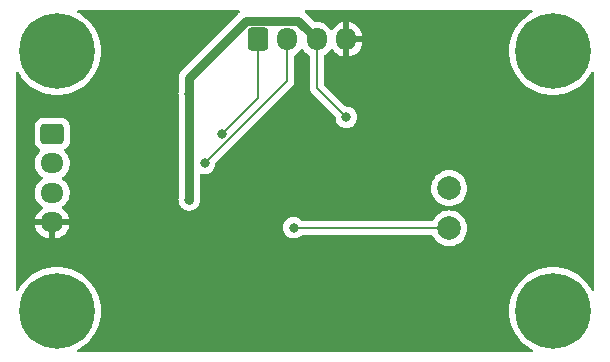
<source format=gbr>
%TF.GenerationSoftware,KiCad,Pcbnew,(6.0.6)*%
%TF.CreationDate,2022-09-16T10:14:36+09:00*%
%TF.ProjectId,LSM6DS3-breakout,4c534d36-4453-4332-9d62-7265616b6f75,rev?*%
%TF.SameCoordinates,Original*%
%TF.FileFunction,Copper,L2,Bot*%
%TF.FilePolarity,Positive*%
%FSLAX46Y46*%
G04 Gerber Fmt 4.6, Leading zero omitted, Abs format (unit mm)*
G04 Created by KiCad (PCBNEW (6.0.6)) date 2022-09-16 10:14:36*
%MOMM*%
%LPD*%
G01*
G04 APERTURE LIST*
G04 Aperture macros list*
%AMRoundRect*
0 Rectangle with rounded corners*
0 $1 Rounding radius*
0 $2 $3 $4 $5 $6 $7 $8 $9 X,Y pos of 4 corners*
0 Add a 4 corners polygon primitive as box body*
4,1,4,$2,$3,$4,$5,$6,$7,$8,$9,$2,$3,0*
0 Add four circle primitives for the rounded corners*
1,1,$1+$1,$2,$3*
1,1,$1+$1,$4,$5*
1,1,$1+$1,$6,$7*
1,1,$1+$1,$8,$9*
0 Add four rect primitives between the rounded corners*
20,1,$1+$1,$2,$3,$4,$5,0*
20,1,$1+$1,$4,$5,$6,$7,0*
20,1,$1+$1,$6,$7,$8,$9,0*
20,1,$1+$1,$8,$9,$2,$3,0*%
G04 Aperture macros list end*
%TA.AperFunction,ComponentPad*%
%ADD10C,0.800000*%
%TD*%
%TA.AperFunction,ComponentPad*%
%ADD11C,6.400000*%
%TD*%
%TA.AperFunction,ComponentPad*%
%ADD12C,2.000000*%
%TD*%
%TA.AperFunction,ComponentPad*%
%ADD13RoundRect,0.250000X-0.600000X-0.725000X0.600000X-0.725000X0.600000X0.725000X-0.600000X0.725000X0*%
%TD*%
%TA.AperFunction,ComponentPad*%
%ADD14O,1.700000X1.950000*%
%TD*%
%TA.AperFunction,ComponentPad*%
%ADD15RoundRect,0.250000X-0.725000X0.600000X-0.725000X-0.600000X0.725000X-0.600000X0.725000X0.600000X0*%
%TD*%
%TA.AperFunction,ComponentPad*%
%ADD16O,1.950000X1.700000*%
%TD*%
%TA.AperFunction,ViaPad*%
%ADD17C,0.800000*%
%TD*%
%TA.AperFunction,Conductor*%
%ADD18C,0.200000*%
%TD*%
%TA.AperFunction,Conductor*%
%ADD19C,0.800000*%
%TD*%
G04 APERTURE END LIST*
D10*
%TO.P,H3,1*%
%TO.N,N/C*%
X105697056Y-92697056D03*
X104000000Y-88600000D03*
X102302944Y-92697056D03*
X102302944Y-89302944D03*
D11*
X104000000Y-91000000D03*
D10*
X106400000Y-91000000D03*
X105697056Y-89302944D03*
X101600000Y-91000000D03*
X104000000Y-93400000D03*
%TD*%
D12*
%TO.P,TP2,1,1*%
%TO.N,INT2*%
X137200000Y-80600000D03*
%TD*%
D13*
%TO.P,J2,1,Pin_1*%
%TO.N,SCL*%
X121000000Y-68000000D03*
D14*
%TO.P,J2,2,Pin_2*%
%TO.N,SDA*%
X123500000Y-68000000D03*
%TO.P,J2,3,Pin_3*%
%TO.N,+3.3V*%
X126000000Y-68000000D03*
%TO.P,J2,4,Pin_4*%
%TO.N,GND*%
X128500000Y-68000000D03*
%TD*%
D10*
%TO.P,H4,1*%
%TO.N,N/C*%
X102302944Y-70697056D03*
X104000000Y-71400000D03*
D11*
X104000000Y-69000000D03*
D10*
X101600000Y-69000000D03*
X102302944Y-67302944D03*
X104000000Y-66600000D03*
X105697056Y-67302944D03*
X105697056Y-70697056D03*
X106400000Y-69000000D03*
%TD*%
D15*
%TO.P,J1,1,Pin_1*%
%TO.N,SCL*%
X103600000Y-76000000D03*
D16*
%TO.P,J1,2,Pin_2*%
%TO.N,SDA*%
X103600000Y-78500000D03*
%TO.P,J1,3,Pin_3*%
%TO.N,+3.3V*%
X103600000Y-81000000D03*
%TO.P,J1,4,Pin_4*%
%TO.N,GND*%
X103600000Y-83500000D03*
%TD*%
D11*
%TO.P,H2,1*%
%TO.N,N/C*%
X146000000Y-91000000D03*
D10*
X146000000Y-93400000D03*
X144302944Y-92697056D03*
X147697056Y-92697056D03*
X148400000Y-91000000D03*
X143600000Y-91000000D03*
X144302944Y-89302944D03*
X147697056Y-89302944D03*
X146000000Y-88600000D03*
%TD*%
%TO.P,H1,1*%
%TO.N,N/C*%
X143600000Y-69000000D03*
X146000000Y-66600000D03*
X148400000Y-69000000D03*
X147697056Y-67302944D03*
X144302944Y-70697056D03*
X144302944Y-67302944D03*
X147697056Y-70697056D03*
X146000000Y-71400000D03*
D11*
X146000000Y-69000000D03*
%TD*%
D12*
%TO.P,TP1,1,1*%
%TO.N,INT1*%
X137200000Y-84000000D03*
%TD*%
D17*
%TO.N,+3.3V*%
X128500000Y-74600000D03*
X115200000Y-72600000D03*
X115200000Y-81600000D03*
%TO.N,GND*%
X140000000Y-70000000D03*
X140000000Y-75000000D03*
X121000000Y-81000000D03*
X127600000Y-81900000D03*
X145000000Y-85000000D03*
X145000000Y-80000000D03*
X110000000Y-70000000D03*
X135000000Y-75000000D03*
X110000000Y-90000000D03*
X135000000Y-90000000D03*
X145000000Y-75000000D03*
X140000000Y-85000000D03*
X113000000Y-86000000D03*
X115000000Y-86000000D03*
X125000000Y-75000000D03*
X110000000Y-75000000D03*
X135000000Y-70000000D03*
X128500000Y-81900000D03*
X128000000Y-86000000D03*
X130000000Y-90000000D03*
X140000000Y-90000000D03*
%TO.N,SCL*%
X118000000Y-76000000D03*
%TO.N,SDA*%
X116500000Y-78500000D03*
%TO.N,INT1*%
X124044622Y-83955378D03*
%TD*%
D18*
%TO.N,+3.3V*%
X128500000Y-74600000D02*
X126000000Y-72100000D01*
D19*
X115200000Y-72600000D02*
X115200000Y-71272918D01*
X120047918Y-66425000D02*
X124425000Y-66425000D01*
X124425000Y-66425000D02*
X126000000Y-68000000D01*
X115200000Y-71272918D02*
X120047918Y-66425000D01*
X115200000Y-81600000D02*
X115200000Y-72600000D01*
D18*
X126000000Y-72100000D02*
X126000000Y-68000000D01*
%TO.N,SCL*%
X121000000Y-73000000D02*
X121000000Y-68000000D01*
X118000000Y-76000000D02*
X121000000Y-73000000D01*
%TO.N,SDA*%
X123500000Y-71500000D02*
X123500000Y-68000000D01*
X116500000Y-78500000D02*
X123500000Y-71500000D01*
%TO.N,INT1*%
X124044622Y-83955378D02*
X124089244Y-84000000D01*
X124089244Y-84000000D02*
X137200000Y-84000000D01*
%TD*%
%TA.AperFunction,Conductor*%
%TO.N,GND*%
G36*
X119447943Y-65528502D02*
G01*
X119494436Y-65582158D01*
X119504540Y-65652432D01*
X119475046Y-65717012D01*
X119464128Y-65728140D01*
X119460135Y-65731735D01*
X119455138Y-65736003D01*
X119439177Y-65748928D01*
X119424662Y-65763443D01*
X119419877Y-65767984D01*
X119369052Y-65813747D01*
X119365173Y-65819086D01*
X119365172Y-65819087D01*
X119360778Y-65825135D01*
X119347937Y-65840168D01*
X114615168Y-70572937D01*
X114600135Y-70585778D01*
X114588747Y-70594052D01*
X114584327Y-70598961D01*
X114542984Y-70644877D01*
X114538443Y-70649662D01*
X114523928Y-70664177D01*
X114521852Y-70666741D01*
X114511006Y-70680134D01*
X114506722Y-70685149D01*
X114465381Y-70731063D01*
X114465377Y-70731068D01*
X114460960Y-70735974D01*
X114457660Y-70741690D01*
X114457657Y-70741694D01*
X114453927Y-70748155D01*
X114442727Y-70764451D01*
X114433871Y-70775388D01*
X114402815Y-70836339D01*
X114399669Y-70842133D01*
X114365473Y-70901362D01*
X114363432Y-70907644D01*
X114363431Y-70907646D01*
X114361125Y-70914744D01*
X114353560Y-70933010D01*
X114347171Y-70945548D01*
X114345463Y-70951921D01*
X114345463Y-70951922D01*
X114329469Y-71011613D01*
X114327600Y-71017921D01*
X114306458Y-71082990D01*
X114305768Y-71089555D01*
X114305766Y-71089564D01*
X114304985Y-71096993D01*
X114301383Y-71116427D01*
X114299453Y-71123632D01*
X114297743Y-71130015D01*
X114297398Y-71136606D01*
X114297397Y-71136610D01*
X114294164Y-71198302D01*
X114293647Y-71204876D01*
X114291844Y-71222034D01*
X114291500Y-71225308D01*
X114291500Y-71245844D01*
X114291327Y-71252438D01*
X114287748Y-71320728D01*
X114288780Y-71327243D01*
X114289949Y-71334623D01*
X114291500Y-71354335D01*
X114291500Y-72545784D01*
X114290810Y-72558955D01*
X114286496Y-72600000D01*
X114289816Y-72631583D01*
X114290810Y-72641045D01*
X114291500Y-72654216D01*
X114291500Y-81545784D01*
X114290810Y-81558955D01*
X114286496Y-81600000D01*
X114287186Y-81606565D01*
X114291500Y-81647610D01*
X114298447Y-81713703D01*
X114306458Y-81789928D01*
X114308498Y-81796205D01*
X114308498Y-81796207D01*
X114317586Y-81824176D01*
X114365473Y-81971556D01*
X114368776Y-81977278D01*
X114368777Y-81977279D01*
X114402686Y-82036010D01*
X114460960Y-82136944D01*
X114465378Y-82141851D01*
X114465379Y-82141852D01*
X114492505Y-82171978D01*
X114588747Y-82278866D01*
X114743248Y-82391118D01*
X114749276Y-82393802D01*
X114749278Y-82393803D01*
X114856451Y-82441519D01*
X114917712Y-82468794D01*
X115002588Y-82486835D01*
X115098056Y-82507128D01*
X115098061Y-82507128D01*
X115104513Y-82508500D01*
X115295487Y-82508500D01*
X115301939Y-82507128D01*
X115301944Y-82507128D01*
X115397412Y-82486835D01*
X115482288Y-82468794D01*
X115543549Y-82441519D01*
X115650722Y-82393803D01*
X115650724Y-82393802D01*
X115656752Y-82391118D01*
X115811253Y-82278866D01*
X115907495Y-82171978D01*
X115934621Y-82141852D01*
X115934622Y-82141851D01*
X115939040Y-82136944D01*
X115997314Y-82036010D01*
X116031223Y-81977279D01*
X116031224Y-81977278D01*
X116034527Y-81971556D01*
X116093542Y-81789928D01*
X116101554Y-81713703D01*
X116108500Y-81647610D01*
X116112814Y-81606565D01*
X116113504Y-81600000D01*
X116109190Y-81558955D01*
X116108500Y-81545784D01*
X116108500Y-80600000D01*
X135686835Y-80600000D01*
X135705465Y-80836711D01*
X135760895Y-81067594D01*
X135851760Y-81286963D01*
X135854346Y-81291183D01*
X135973241Y-81485202D01*
X135973245Y-81485208D01*
X135975824Y-81489416D01*
X136130031Y-81669969D01*
X136310584Y-81824176D01*
X136314792Y-81826755D01*
X136314798Y-81826759D01*
X136508817Y-81945654D01*
X136513037Y-81948240D01*
X136517607Y-81950133D01*
X136517611Y-81950135D01*
X136727833Y-82037211D01*
X136732406Y-82039105D01*
X136812609Y-82058360D01*
X136958476Y-82093380D01*
X136958482Y-82093381D01*
X136963289Y-82094535D01*
X137200000Y-82113165D01*
X137436711Y-82094535D01*
X137441518Y-82093381D01*
X137441524Y-82093380D01*
X137587391Y-82058360D01*
X137667594Y-82039105D01*
X137672167Y-82037211D01*
X137882389Y-81950135D01*
X137882393Y-81950133D01*
X137886963Y-81948240D01*
X137891183Y-81945654D01*
X138085202Y-81826759D01*
X138085208Y-81826755D01*
X138089416Y-81824176D01*
X138269969Y-81669969D01*
X138424176Y-81489416D01*
X138426755Y-81485208D01*
X138426759Y-81485202D01*
X138545654Y-81291183D01*
X138548240Y-81286963D01*
X138639105Y-81067594D01*
X138694535Y-80836711D01*
X138713165Y-80600000D01*
X138694535Y-80363289D01*
X138674910Y-80281542D01*
X138655631Y-80201243D01*
X138639105Y-80132406D01*
X138559873Y-79941122D01*
X138550135Y-79917611D01*
X138550133Y-79917607D01*
X138548240Y-79913037D01*
X138525774Y-79876376D01*
X138426759Y-79714798D01*
X138426755Y-79714792D01*
X138424176Y-79710584D01*
X138269969Y-79530031D01*
X138089416Y-79375824D01*
X138085208Y-79373245D01*
X138085202Y-79373241D01*
X137891183Y-79254346D01*
X137886963Y-79251760D01*
X137882393Y-79249867D01*
X137882389Y-79249865D01*
X137672167Y-79162789D01*
X137672165Y-79162788D01*
X137667594Y-79160895D01*
X137587391Y-79141640D01*
X137441524Y-79106620D01*
X137441518Y-79106619D01*
X137436711Y-79105465D01*
X137200000Y-79086835D01*
X136963289Y-79105465D01*
X136958482Y-79106619D01*
X136958476Y-79106620D01*
X136812609Y-79141640D01*
X136732406Y-79160895D01*
X136727835Y-79162788D01*
X136727833Y-79162789D01*
X136517611Y-79249865D01*
X136517607Y-79249867D01*
X136513037Y-79251760D01*
X136508817Y-79254346D01*
X136314798Y-79373241D01*
X136314792Y-79373245D01*
X136310584Y-79375824D01*
X136130031Y-79530031D01*
X135975824Y-79710584D01*
X135973245Y-79714792D01*
X135973241Y-79714798D01*
X135874226Y-79876376D01*
X135851760Y-79913037D01*
X135849867Y-79917607D01*
X135849865Y-79917611D01*
X135840127Y-79941122D01*
X135760895Y-80132406D01*
X135744369Y-80201243D01*
X135725091Y-80281542D01*
X135705465Y-80363289D01*
X135686835Y-80600000D01*
X116108500Y-80600000D01*
X116108500Y-79501178D01*
X116128502Y-79433057D01*
X116182158Y-79386564D01*
X116252432Y-79376460D01*
X116260697Y-79377931D01*
X116398056Y-79407128D01*
X116398061Y-79407128D01*
X116404513Y-79408500D01*
X116595487Y-79408500D01*
X116601939Y-79407128D01*
X116601944Y-79407128D01*
X116698687Y-79386564D01*
X116782288Y-79368794D01*
X116920301Y-79307347D01*
X116950722Y-79293803D01*
X116950724Y-79293802D01*
X116956752Y-79291118D01*
X117111253Y-79178866D01*
X117176663Y-79106221D01*
X117234621Y-79041852D01*
X117234622Y-79041851D01*
X117239040Y-79036944D01*
X117322844Y-78891791D01*
X117331223Y-78877279D01*
X117331224Y-78877278D01*
X117334527Y-78871556D01*
X117393542Y-78689928D01*
X117413504Y-78500000D01*
X117413316Y-78498214D01*
X117432816Y-78431804D01*
X117449719Y-78410830D01*
X123896229Y-71964319D01*
X123908620Y-71953452D01*
X123927437Y-71939013D01*
X123933987Y-71933987D01*
X123998891Y-71849403D01*
X124031524Y-71806876D01*
X124050192Y-71761809D01*
X124089678Y-71666479D01*
X124092838Y-71658851D01*
X124094105Y-71649231D01*
X124099854Y-71605557D01*
X124108500Y-71539886D01*
X124108500Y-71539880D01*
X124112672Y-71508189D01*
X124113750Y-71500000D01*
X124109578Y-71468307D01*
X124108500Y-71451864D01*
X124108500Y-69415766D01*
X124128502Y-69347645D01*
X124169133Y-69308048D01*
X124303317Y-69226623D01*
X124343134Y-69192072D01*
X124473412Y-69079023D01*
X124473414Y-69079021D01*
X124477445Y-69075523D01*
X124535133Y-69005168D01*
X124620240Y-68901373D01*
X124620244Y-68901367D01*
X124623624Y-68897245D01*
X124641552Y-68865750D01*
X124692632Y-68816445D01*
X124762262Y-68802583D01*
X124828333Y-68828566D01*
X124855573Y-68857716D01*
X124937441Y-68979319D01*
X124941120Y-68983176D01*
X124941122Y-68983178D01*
X124957170Y-69000000D01*
X125096576Y-69146135D01*
X125281542Y-69283754D01*
X125322606Y-69304632D01*
X125374263Y-69353334D01*
X125391500Y-69416948D01*
X125391500Y-72051864D01*
X125390422Y-72068307D01*
X125386250Y-72100000D01*
X125387328Y-72108189D01*
X125391500Y-72139880D01*
X125391500Y-72139883D01*
X125392124Y-72144620D01*
X125392125Y-72144630D01*
X125402938Y-72226762D01*
X125407162Y-72258851D01*
X125468476Y-72406876D01*
X125473503Y-72413427D01*
X125473504Y-72413429D01*
X125541520Y-72502069D01*
X125541526Y-72502075D01*
X125566013Y-72533987D01*
X125572568Y-72539017D01*
X125591379Y-72553452D01*
X125603770Y-72564319D01*
X127550281Y-74510830D01*
X127584307Y-74573142D01*
X127586841Y-74596716D01*
X127586496Y-74600000D01*
X127606458Y-74789928D01*
X127665473Y-74971556D01*
X127760960Y-75136944D01*
X127765378Y-75141851D01*
X127765379Y-75141852D01*
X127825733Y-75208882D01*
X127888747Y-75278866D01*
X128043248Y-75391118D01*
X128049276Y-75393802D01*
X128049278Y-75393803D01*
X128204824Y-75463056D01*
X128217712Y-75468794D01*
X128311112Y-75488647D01*
X128398056Y-75507128D01*
X128398061Y-75507128D01*
X128404513Y-75508500D01*
X128595487Y-75508500D01*
X128601939Y-75507128D01*
X128601944Y-75507128D01*
X128688888Y-75488647D01*
X128782288Y-75468794D01*
X128795176Y-75463056D01*
X128950722Y-75393803D01*
X128950724Y-75393802D01*
X128956752Y-75391118D01*
X129111253Y-75278866D01*
X129174267Y-75208882D01*
X129234621Y-75141852D01*
X129234622Y-75141851D01*
X129239040Y-75136944D01*
X129334527Y-74971556D01*
X129393542Y-74789928D01*
X129413504Y-74600000D01*
X129393542Y-74410072D01*
X129334527Y-74228444D01*
X129239040Y-74063056D01*
X129111253Y-73921134D01*
X128956752Y-73808882D01*
X128950724Y-73806198D01*
X128950722Y-73806197D01*
X128788319Y-73733891D01*
X128788318Y-73733891D01*
X128782288Y-73731206D01*
X128688888Y-73711353D01*
X128601944Y-73692872D01*
X128601939Y-73692872D01*
X128595487Y-73691500D01*
X128504238Y-73691500D01*
X128436117Y-73671498D01*
X128415143Y-73654595D01*
X126645405Y-71884856D01*
X126611379Y-71822544D01*
X126608500Y-71795761D01*
X126608500Y-69415766D01*
X126628502Y-69347645D01*
X126669133Y-69308048D01*
X126803317Y-69226623D01*
X126843134Y-69192072D01*
X126973412Y-69079023D01*
X126973414Y-69079021D01*
X126977445Y-69075523D01*
X127035133Y-69005168D01*
X127120240Y-68901373D01*
X127120244Y-68901367D01*
X127123624Y-68897245D01*
X127136681Y-68874308D01*
X127141829Y-68865265D01*
X127192912Y-68815959D01*
X127262542Y-68802098D01*
X127328613Y-68828082D01*
X127355851Y-68857232D01*
X127434852Y-68974578D01*
X127441519Y-68982870D01*
X127593228Y-69141900D01*
X127601186Y-69148941D01*
X127777525Y-69280141D01*
X127786562Y-69285745D01*
X127982484Y-69385357D01*
X127992335Y-69389357D01*
X128202240Y-69454534D01*
X128212624Y-69456817D01*
X128228043Y-69458861D01*
X128242207Y-69456665D01*
X128246000Y-69443478D01*
X128246000Y-69441192D01*
X128754000Y-69441192D01*
X128757973Y-69454723D01*
X128768580Y-69456248D01*
X128886421Y-69431523D01*
X128896617Y-69428463D01*
X129101029Y-69347737D01*
X129110561Y-69343006D01*
X129298462Y-69228984D01*
X129307052Y-69222720D01*
X129473052Y-69078673D01*
X129480472Y-69071042D01*
X129619826Y-68901089D01*
X129625850Y-68892322D01*
X129734576Y-68701318D01*
X129739041Y-68691654D01*
X129814031Y-68485059D01*
X129816802Y-68474792D01*
X129853504Y-68271826D01*
X129852085Y-68258586D01*
X129837450Y-68254000D01*
X128772115Y-68254000D01*
X128756876Y-68258475D01*
X128755671Y-68259865D01*
X128754000Y-68267548D01*
X128754000Y-69441192D01*
X128246000Y-69441192D01*
X128246000Y-67727885D01*
X128754000Y-67727885D01*
X128758475Y-67743124D01*
X128759865Y-67744329D01*
X128767548Y-67746000D01*
X129833849Y-67746000D01*
X129848527Y-67741690D01*
X129850590Y-67729807D01*
X129843876Y-67650675D01*
X129842086Y-67640203D01*
X129786870Y-67427465D01*
X129783335Y-67417425D01*
X129693063Y-67217030D01*
X129687894Y-67207744D01*
X129565150Y-67025425D01*
X129558481Y-67017130D01*
X129406772Y-66858100D01*
X129398814Y-66851059D01*
X129222475Y-66719859D01*
X129213438Y-66714255D01*
X129017516Y-66614643D01*
X129007665Y-66610643D01*
X128797760Y-66545466D01*
X128787376Y-66543183D01*
X128771957Y-66541139D01*
X128757793Y-66543335D01*
X128754000Y-66556522D01*
X128754000Y-67727885D01*
X128246000Y-67727885D01*
X128246000Y-66558808D01*
X128242027Y-66545277D01*
X128231420Y-66543752D01*
X128113579Y-66568477D01*
X128103383Y-66571537D01*
X127898971Y-66652263D01*
X127889439Y-66656994D01*
X127701538Y-66771016D01*
X127692948Y-66777280D01*
X127526948Y-66921327D01*
X127519528Y-66928958D01*
X127380174Y-67098911D01*
X127374152Y-67107674D01*
X127358762Y-67134711D01*
X127307680Y-67184018D01*
X127238049Y-67197880D01*
X127171978Y-67171897D01*
X127144739Y-67142747D01*
X127108869Y-67089468D01*
X127062559Y-67020681D01*
X126903424Y-66853865D01*
X126718458Y-66716246D01*
X126713707Y-66713830D01*
X126713703Y-66713828D01*
X126601918Y-66656994D01*
X126512949Y-66611760D01*
X126507855Y-66610178D01*
X126507852Y-66610177D01*
X126297871Y-66544976D01*
X126292773Y-66543393D01*
X126287484Y-66542692D01*
X126069511Y-66513802D01*
X126069506Y-66513802D01*
X126064226Y-66513102D01*
X126058897Y-66513302D01*
X126058895Y-66513302D01*
X125862494Y-66520675D01*
X125793671Y-66503243D01*
X125768672Y-66483859D01*
X125124981Y-65840168D01*
X125112140Y-65825135D01*
X125107746Y-65819087D01*
X125107745Y-65819086D01*
X125103866Y-65813747D01*
X125053041Y-65767984D01*
X125048256Y-65763443D01*
X125033741Y-65748928D01*
X125017795Y-65736015D01*
X125017784Y-65736006D01*
X125012773Y-65731726D01*
X125008790Y-65728140D01*
X124971547Y-65667695D01*
X124972896Y-65596712D01*
X125012407Y-65537725D01*
X125077537Y-65509464D01*
X125093096Y-65508500D01*
X144158955Y-65508500D01*
X144227076Y-65528502D01*
X144273569Y-65582158D01*
X144283673Y-65652432D01*
X144254179Y-65717012D01*
X144216158Y-65746767D01*
X144146147Y-65782439D01*
X144146140Y-65782443D01*
X144143206Y-65783938D01*
X143817207Y-65995643D01*
X143515124Y-66240266D01*
X143240266Y-66515124D01*
X143238194Y-66517682D01*
X143238191Y-66517686D01*
X143231068Y-66526482D01*
X142995643Y-66817207D01*
X142993848Y-66819970D01*
X142993848Y-66819971D01*
X142789455Y-67134711D01*
X142783938Y-67143206D01*
X142782443Y-67146140D01*
X142782439Y-67146147D01*
X142712366Y-67283673D01*
X142607468Y-67489547D01*
X142468167Y-67852438D01*
X142367562Y-68227901D01*
X142306754Y-68611824D01*
X142286411Y-69000000D01*
X142306754Y-69388176D01*
X142307267Y-69391416D01*
X142307268Y-69391424D01*
X142321852Y-69483500D01*
X142367562Y-69772099D01*
X142468167Y-70147562D01*
X142607468Y-70510453D01*
X142608966Y-70513393D01*
X142775010Y-70839271D01*
X142783938Y-70856794D01*
X142785734Y-70859560D01*
X142785736Y-70859563D01*
X142935100Y-71089564D01*
X142995643Y-71182793D01*
X143240266Y-71484876D01*
X143515124Y-71759734D01*
X143517682Y-71761806D01*
X143517686Y-71761809D01*
X143666165Y-71882045D01*
X143817207Y-72004357D01*
X143819970Y-72006152D01*
X143819971Y-72006152D01*
X144033194Y-72144620D01*
X144143205Y-72216062D01*
X144146139Y-72217557D01*
X144146146Y-72217561D01*
X144486607Y-72391034D01*
X144489547Y-72392532D01*
X144852438Y-72531833D01*
X145227901Y-72632438D01*
X145431793Y-72664732D01*
X145608576Y-72692732D01*
X145608584Y-72692733D01*
X145611824Y-72693246D01*
X146000000Y-72713589D01*
X146388176Y-72693246D01*
X146391416Y-72692733D01*
X146391424Y-72692732D01*
X146568207Y-72664732D01*
X146772099Y-72632438D01*
X147147562Y-72531833D01*
X147510453Y-72392532D01*
X147513393Y-72391034D01*
X147853854Y-72217561D01*
X147853861Y-72217557D01*
X147856795Y-72216062D01*
X147966807Y-72144620D01*
X148180029Y-72006152D01*
X148180030Y-72006152D01*
X148182793Y-72004357D01*
X148333835Y-71882045D01*
X148482314Y-71761809D01*
X148482318Y-71761806D01*
X148484876Y-71759734D01*
X148759734Y-71484876D01*
X149004357Y-71182793D01*
X149064900Y-71089564D01*
X149214264Y-70859563D01*
X149214266Y-70859560D01*
X149216062Y-70856794D01*
X149224991Y-70839271D01*
X149253233Y-70783842D01*
X149301981Y-70732227D01*
X149370896Y-70715161D01*
X149438098Y-70738062D01*
X149482250Y-70793659D01*
X149491500Y-70841045D01*
X149491500Y-89158955D01*
X149471498Y-89227076D01*
X149417842Y-89273569D01*
X149347568Y-89283673D01*
X149282988Y-89254179D01*
X149253233Y-89216158D01*
X149217561Y-89146147D01*
X149217557Y-89146140D01*
X149216062Y-89143206D01*
X149004357Y-88817207D01*
X148759734Y-88515124D01*
X148484876Y-88240266D01*
X148182793Y-87995643D01*
X147856795Y-87783938D01*
X147853861Y-87782443D01*
X147853854Y-87782439D01*
X147513393Y-87608966D01*
X147510453Y-87607468D01*
X147147562Y-87468167D01*
X146772099Y-87367562D01*
X146568207Y-87335268D01*
X146391424Y-87307268D01*
X146391416Y-87307267D01*
X146388176Y-87306754D01*
X146000000Y-87286411D01*
X145611824Y-87306754D01*
X145608584Y-87307267D01*
X145608576Y-87307268D01*
X145431793Y-87335268D01*
X145227901Y-87367562D01*
X144852438Y-87468167D01*
X144489547Y-87607468D01*
X144486607Y-87608966D01*
X144146147Y-87782439D01*
X144146140Y-87782443D01*
X144143206Y-87783938D01*
X143817207Y-87995643D01*
X143515124Y-88240266D01*
X143240266Y-88515124D01*
X142995643Y-88817207D01*
X142783938Y-89143206D01*
X142782443Y-89146140D01*
X142782439Y-89146147D01*
X142712366Y-89283673D01*
X142607468Y-89489547D01*
X142468167Y-89852438D01*
X142367562Y-90227901D01*
X142306754Y-90611824D01*
X142286411Y-91000000D01*
X142306754Y-91388176D01*
X142367562Y-91772099D01*
X142468167Y-92147562D01*
X142607468Y-92510453D01*
X142608966Y-92513393D01*
X142720468Y-92732227D01*
X142783938Y-92856794D01*
X142995643Y-93182793D01*
X143240266Y-93484876D01*
X143515124Y-93759734D01*
X143817207Y-94004357D01*
X144143205Y-94216062D01*
X144146139Y-94217557D01*
X144146146Y-94217561D01*
X144216157Y-94253233D01*
X144267772Y-94301981D01*
X144284838Y-94370896D01*
X144261937Y-94438098D01*
X144206340Y-94482250D01*
X144158954Y-94491500D01*
X105841046Y-94491500D01*
X105772925Y-94471498D01*
X105726432Y-94417842D01*
X105716328Y-94347568D01*
X105745822Y-94282988D01*
X105783843Y-94253233D01*
X105853854Y-94217561D01*
X105853861Y-94217557D01*
X105856795Y-94216062D01*
X106182793Y-94004357D01*
X106484876Y-93759734D01*
X106759734Y-93484876D01*
X107004357Y-93182793D01*
X107216062Y-92856794D01*
X107279533Y-92732227D01*
X107391034Y-92513393D01*
X107392532Y-92510453D01*
X107531833Y-92147562D01*
X107632438Y-91772099D01*
X107693246Y-91388176D01*
X107713589Y-91000000D01*
X107693246Y-90611824D01*
X107632438Y-90227901D01*
X107531833Y-89852438D01*
X107392532Y-89489547D01*
X107287634Y-89283673D01*
X107217561Y-89146147D01*
X107217557Y-89146140D01*
X107216062Y-89143206D01*
X107004357Y-88817207D01*
X106759734Y-88515124D01*
X106484876Y-88240266D01*
X106182793Y-87995643D01*
X105856795Y-87783938D01*
X105853861Y-87782443D01*
X105853854Y-87782439D01*
X105513393Y-87608966D01*
X105510453Y-87607468D01*
X105147562Y-87468167D01*
X104772099Y-87367562D01*
X104568207Y-87335268D01*
X104391424Y-87307268D01*
X104391416Y-87307267D01*
X104388176Y-87306754D01*
X104000000Y-87286411D01*
X103611824Y-87306754D01*
X103608584Y-87307267D01*
X103608576Y-87307268D01*
X103431793Y-87335268D01*
X103227901Y-87367562D01*
X102852438Y-87468167D01*
X102489547Y-87607468D01*
X102486607Y-87608966D01*
X102146147Y-87782439D01*
X102146140Y-87782443D01*
X102143206Y-87783938D01*
X101817207Y-87995643D01*
X101515124Y-88240266D01*
X101240266Y-88515124D01*
X100995643Y-88817207D01*
X100783938Y-89143206D01*
X100782443Y-89146140D01*
X100782439Y-89146147D01*
X100746767Y-89216158D01*
X100698019Y-89267773D01*
X100629104Y-89284839D01*
X100561902Y-89261938D01*
X100517750Y-89206341D01*
X100508500Y-89158955D01*
X100508500Y-83768580D01*
X102143752Y-83768580D01*
X102168477Y-83886421D01*
X102171537Y-83896617D01*
X102252263Y-84101029D01*
X102256994Y-84110561D01*
X102371016Y-84298462D01*
X102377280Y-84307052D01*
X102521327Y-84473052D01*
X102528958Y-84480472D01*
X102698911Y-84619826D01*
X102707678Y-84625850D01*
X102898682Y-84734576D01*
X102908346Y-84739041D01*
X103114941Y-84814031D01*
X103125208Y-84816802D01*
X103328174Y-84853504D01*
X103341414Y-84852085D01*
X103346000Y-84837450D01*
X103346000Y-84833849D01*
X103854000Y-84833849D01*
X103858310Y-84848527D01*
X103870193Y-84850590D01*
X103949325Y-84843876D01*
X103959797Y-84842086D01*
X104172535Y-84786870D01*
X104182575Y-84783335D01*
X104382970Y-84693063D01*
X104392256Y-84687894D01*
X104574575Y-84565150D01*
X104582870Y-84558481D01*
X104741900Y-84406772D01*
X104748941Y-84398814D01*
X104880141Y-84222475D01*
X104885745Y-84213438D01*
X104985357Y-84017516D01*
X104989357Y-84007665D01*
X105005592Y-83955378D01*
X123131118Y-83955378D01*
X123131808Y-83961943D01*
X123136614Y-84007665D01*
X123151080Y-84145306D01*
X123210095Y-84326934D01*
X123305582Y-84492322D01*
X123310000Y-84497229D01*
X123310001Y-84497230D01*
X123410189Y-84608500D01*
X123433369Y-84634244D01*
X123514326Y-84693063D01*
X123571464Y-84734576D01*
X123587870Y-84746496D01*
X123593898Y-84749180D01*
X123593900Y-84749181D01*
X123756303Y-84821487D01*
X123762334Y-84824172D01*
X123855034Y-84843876D01*
X123942678Y-84862506D01*
X123942683Y-84862506D01*
X123949135Y-84863878D01*
X124140109Y-84863878D01*
X124146561Y-84862506D01*
X124146566Y-84862506D01*
X124234210Y-84843876D01*
X124326910Y-84824172D01*
X124332941Y-84821487D01*
X124495344Y-84749181D01*
X124495346Y-84749180D01*
X124501374Y-84746496D01*
X124517781Y-84734576D01*
X124655875Y-84634244D01*
X124657273Y-84636169D01*
X124711505Y-84610146D01*
X124731802Y-84608500D01*
X135735069Y-84608500D01*
X135803190Y-84628502D01*
X135845457Y-84679082D01*
X135847619Y-84677980D01*
X135849865Y-84682389D01*
X135851760Y-84686963D01*
X135854346Y-84691183D01*
X135973241Y-84885202D01*
X135973245Y-84885208D01*
X135975824Y-84889416D01*
X136130031Y-85069969D01*
X136310584Y-85224176D01*
X136314792Y-85226755D01*
X136314798Y-85226759D01*
X136508817Y-85345654D01*
X136513037Y-85348240D01*
X136517607Y-85350133D01*
X136517611Y-85350135D01*
X136727833Y-85437211D01*
X136732406Y-85439105D01*
X136812609Y-85458360D01*
X136958476Y-85493380D01*
X136958482Y-85493381D01*
X136963289Y-85494535D01*
X137200000Y-85513165D01*
X137436711Y-85494535D01*
X137441518Y-85493381D01*
X137441524Y-85493380D01*
X137587391Y-85458360D01*
X137667594Y-85439105D01*
X137672167Y-85437211D01*
X137882389Y-85350135D01*
X137882393Y-85350133D01*
X137886963Y-85348240D01*
X137891183Y-85345654D01*
X138085202Y-85226759D01*
X138085208Y-85226755D01*
X138089416Y-85224176D01*
X138269969Y-85069969D01*
X138424176Y-84889416D01*
X138426755Y-84885208D01*
X138426759Y-84885202D01*
X138545654Y-84691183D01*
X138548240Y-84686963D01*
X138551505Y-84679082D01*
X138637211Y-84472167D01*
X138637212Y-84472165D01*
X138639105Y-84467594D01*
X138658360Y-84387391D01*
X138693380Y-84241524D01*
X138693381Y-84241518D01*
X138694535Y-84236711D01*
X138713165Y-84000000D01*
X138694535Y-83763289D01*
X138693380Y-83758475D01*
X138640260Y-83537218D01*
X138639105Y-83532406D01*
X138589864Y-83413526D01*
X138550135Y-83317611D01*
X138550133Y-83317607D01*
X138548240Y-83313037D01*
X138523478Y-83272629D01*
X138426759Y-83114798D01*
X138426755Y-83114792D01*
X138424176Y-83110584D01*
X138269969Y-82930031D01*
X138089416Y-82775824D01*
X138085208Y-82773245D01*
X138085202Y-82773241D01*
X137891183Y-82654346D01*
X137886963Y-82651760D01*
X137882393Y-82649867D01*
X137882389Y-82649865D01*
X137672167Y-82562789D01*
X137672165Y-82562788D01*
X137667594Y-82560895D01*
X137587391Y-82541640D01*
X137441524Y-82506620D01*
X137441518Y-82506619D01*
X137436711Y-82505465D01*
X137200000Y-82486835D01*
X136963289Y-82505465D01*
X136958482Y-82506619D01*
X136958476Y-82506620D01*
X136812609Y-82541640D01*
X136732406Y-82560895D01*
X136727835Y-82562788D01*
X136727833Y-82562789D01*
X136517611Y-82649865D01*
X136517607Y-82649867D01*
X136513037Y-82651760D01*
X136508817Y-82654346D01*
X136314798Y-82773241D01*
X136314792Y-82773245D01*
X136310584Y-82775824D01*
X136130031Y-82930031D01*
X135975824Y-83110584D01*
X135973245Y-83114792D01*
X135973241Y-83114798D01*
X135876522Y-83272629D01*
X135851760Y-83313037D01*
X135849865Y-83317611D01*
X135847619Y-83322020D01*
X135845610Y-83320996D01*
X135806940Y-83368992D01*
X135735069Y-83391500D01*
X124815510Y-83391500D01*
X124747389Y-83371498D01*
X124721874Y-83349811D01*
X124660290Y-83281415D01*
X124660288Y-83281414D01*
X124655875Y-83276512D01*
X124608411Y-83242027D01*
X124506716Y-83168141D01*
X124506715Y-83168140D01*
X124501374Y-83164260D01*
X124495346Y-83161576D01*
X124495344Y-83161575D01*
X124332941Y-83089269D01*
X124332940Y-83089269D01*
X124326910Y-83086584D01*
X124233509Y-83066731D01*
X124146566Y-83048250D01*
X124146561Y-83048250D01*
X124140109Y-83046878D01*
X123949135Y-83046878D01*
X123942683Y-83048250D01*
X123942678Y-83048250D01*
X123855735Y-83066731D01*
X123762334Y-83086584D01*
X123756304Y-83089269D01*
X123756303Y-83089269D01*
X123593900Y-83161575D01*
X123593898Y-83161576D01*
X123587870Y-83164260D01*
X123433369Y-83276512D01*
X123305582Y-83418434D01*
X123210095Y-83583822D01*
X123151080Y-83765450D01*
X123150390Y-83772011D01*
X123150390Y-83772013D01*
X123147684Y-83797760D01*
X123131118Y-83955378D01*
X105005592Y-83955378D01*
X105054534Y-83797760D01*
X105056817Y-83787376D01*
X105058861Y-83771957D01*
X105056665Y-83757793D01*
X105043478Y-83754000D01*
X103872115Y-83754000D01*
X103856876Y-83758475D01*
X103855671Y-83759865D01*
X103854000Y-83767548D01*
X103854000Y-84833849D01*
X103346000Y-84833849D01*
X103346000Y-83772115D01*
X103341525Y-83756876D01*
X103340135Y-83755671D01*
X103332452Y-83754000D01*
X102158808Y-83754000D01*
X102145277Y-83757973D01*
X102143752Y-83768580D01*
X100508500Y-83768580D01*
X100508500Y-80935774D01*
X102113102Y-80935774D01*
X102121751Y-81166158D01*
X102169093Y-81391791D01*
X102171051Y-81396750D01*
X102171052Y-81396752D01*
X102248727Y-81593435D01*
X102253776Y-81606221D01*
X102256543Y-81610780D01*
X102256544Y-81610783D01*
X102290180Y-81666213D01*
X102373377Y-81803317D01*
X102376874Y-81807347D01*
X102519367Y-81971556D01*
X102524477Y-81977445D01*
X102528608Y-81980832D01*
X102698627Y-82120240D01*
X102698633Y-82120244D01*
X102702755Y-82123624D01*
X102707398Y-82126267D01*
X102734735Y-82141829D01*
X102784041Y-82192912D01*
X102797902Y-82262542D01*
X102771918Y-82328613D01*
X102742768Y-82355851D01*
X102625422Y-82434852D01*
X102617130Y-82441519D01*
X102458100Y-82593228D01*
X102451059Y-82601186D01*
X102319859Y-82777525D01*
X102314255Y-82786562D01*
X102214643Y-82982484D01*
X102210643Y-82992335D01*
X102145466Y-83202240D01*
X102143183Y-83212624D01*
X102141139Y-83228043D01*
X102143335Y-83242207D01*
X102156522Y-83246000D01*
X105041192Y-83246000D01*
X105054723Y-83242027D01*
X105056248Y-83231420D01*
X105031523Y-83113579D01*
X105028463Y-83103383D01*
X104947737Y-82898971D01*
X104943006Y-82889439D01*
X104828984Y-82701538D01*
X104822720Y-82692948D01*
X104678673Y-82526948D01*
X104671042Y-82519528D01*
X104501089Y-82380174D01*
X104492326Y-82374152D01*
X104465289Y-82358762D01*
X104415982Y-82307680D01*
X104402120Y-82238049D01*
X104428103Y-82171978D01*
X104457253Y-82144739D01*
X104533539Y-82093380D01*
X104579319Y-82062559D01*
X104602695Y-82040260D01*
X104699156Y-81948240D01*
X104746135Y-81903424D01*
X104883754Y-81718458D01*
X104988240Y-81512949D01*
X104995548Y-81489416D01*
X105055024Y-81297871D01*
X105056607Y-81292773D01*
X105057983Y-81282389D01*
X105086198Y-81069511D01*
X105086198Y-81069506D01*
X105086898Y-81064226D01*
X105078249Y-80833842D01*
X105030907Y-80608209D01*
X104946224Y-80393779D01*
X104826623Y-80196683D01*
X104775022Y-80137218D01*
X104679023Y-80026588D01*
X104679021Y-80026586D01*
X104675523Y-80022555D01*
X104633970Y-79988484D01*
X104501373Y-79879760D01*
X104501367Y-79879756D01*
X104497245Y-79876376D01*
X104465750Y-79858448D01*
X104416445Y-79807368D01*
X104402583Y-79737738D01*
X104428566Y-79671667D01*
X104457716Y-79644427D01*
X104493642Y-79620240D01*
X104579319Y-79562559D01*
X104746135Y-79403424D01*
X104883754Y-79218458D01*
X104901910Y-79182749D01*
X104940818Y-79106221D01*
X104988240Y-79012949D01*
X105024321Y-78896752D01*
X105055024Y-78797871D01*
X105056607Y-78792773D01*
X105071108Y-78683365D01*
X105086198Y-78569511D01*
X105086198Y-78569506D01*
X105086898Y-78564226D01*
X105078249Y-78333842D01*
X105030907Y-78108209D01*
X104946224Y-77893779D01*
X104826623Y-77696683D01*
X104739755Y-77596576D01*
X104679023Y-77526588D01*
X104679021Y-77526586D01*
X104675523Y-77522555D01*
X104639880Y-77493330D01*
X104599886Y-77434671D01*
X104597954Y-77363701D01*
X104634698Y-77302952D01*
X104653468Y-77288752D01*
X104793120Y-77202332D01*
X104799348Y-77198478D01*
X104924305Y-77073303D01*
X105017115Y-76922738D01*
X105072797Y-76754861D01*
X105083500Y-76650400D01*
X105083500Y-75349600D01*
X105081056Y-75326045D01*
X105073238Y-75250692D01*
X105073237Y-75250688D01*
X105072526Y-75243834D01*
X105034493Y-75129834D01*
X105018868Y-75083002D01*
X105016550Y-75076054D01*
X104923478Y-74925652D01*
X104798303Y-74800695D01*
X104770189Y-74783365D01*
X104653968Y-74711725D01*
X104653966Y-74711724D01*
X104647738Y-74707885D01*
X104487254Y-74654655D01*
X104486389Y-74654368D01*
X104486387Y-74654368D01*
X104479861Y-74652203D01*
X104473025Y-74651503D01*
X104473022Y-74651502D01*
X104429969Y-74647091D01*
X104375400Y-74641500D01*
X102824600Y-74641500D01*
X102821354Y-74641837D01*
X102821350Y-74641837D01*
X102725692Y-74651762D01*
X102725688Y-74651763D01*
X102718834Y-74652474D01*
X102712298Y-74654655D01*
X102712296Y-74654655D01*
X102580194Y-74698728D01*
X102551054Y-74708450D01*
X102400652Y-74801522D01*
X102275695Y-74926697D01*
X102271855Y-74932927D01*
X102271854Y-74932928D01*
X102244516Y-74977279D01*
X102182885Y-75077262D01*
X102161462Y-75141852D01*
X102137942Y-75212763D01*
X102127203Y-75245139D01*
X102126503Y-75251975D01*
X102126502Y-75251978D01*
X102122091Y-75295031D01*
X102116500Y-75349600D01*
X102116500Y-76650400D01*
X102116837Y-76653646D01*
X102116837Y-76653650D01*
X102120798Y-76691819D01*
X102127474Y-76756166D01*
X102183450Y-76923946D01*
X102276522Y-77074348D01*
X102401697Y-77199305D01*
X102547340Y-77289081D01*
X102594832Y-77341852D01*
X102606256Y-77411924D01*
X102577982Y-77477048D01*
X102568195Y-77487510D01*
X102453865Y-77596576D01*
X102316246Y-77781542D01*
X102211760Y-77987051D01*
X102210178Y-77992145D01*
X102210177Y-77992148D01*
X102148115Y-78192020D01*
X102143393Y-78207227D01*
X102142692Y-78212516D01*
X102127304Y-78328623D01*
X102113102Y-78435774D01*
X102121751Y-78666158D01*
X102169093Y-78891791D01*
X102253776Y-79106221D01*
X102373377Y-79303317D01*
X102376874Y-79307347D01*
X102463438Y-79407103D01*
X102524477Y-79477445D01*
X102566030Y-79511516D01*
X102698627Y-79620240D01*
X102698633Y-79620244D01*
X102702755Y-79623624D01*
X102734250Y-79641552D01*
X102783555Y-79692632D01*
X102797417Y-79762262D01*
X102771434Y-79828333D01*
X102742284Y-79855573D01*
X102620681Y-79937441D01*
X102453865Y-80096576D01*
X102316246Y-80281542D01*
X102211760Y-80487051D01*
X102210178Y-80492145D01*
X102210177Y-80492148D01*
X102148115Y-80692020D01*
X102143393Y-80707227D01*
X102142692Y-80712516D01*
X102125594Y-80841524D01*
X102113102Y-80935774D01*
X100508500Y-80935774D01*
X100508500Y-70841045D01*
X100528502Y-70772924D01*
X100582158Y-70726431D01*
X100652432Y-70716327D01*
X100717012Y-70745821D01*
X100746767Y-70783842D01*
X100775010Y-70839271D01*
X100783938Y-70856794D01*
X100785734Y-70859560D01*
X100785736Y-70859563D01*
X100935100Y-71089564D01*
X100995643Y-71182793D01*
X101240266Y-71484876D01*
X101515124Y-71759734D01*
X101517682Y-71761806D01*
X101517686Y-71761809D01*
X101666165Y-71882045D01*
X101817207Y-72004357D01*
X101819970Y-72006152D01*
X101819971Y-72006152D01*
X102033194Y-72144620D01*
X102143205Y-72216062D01*
X102146139Y-72217557D01*
X102146146Y-72217561D01*
X102486607Y-72391034D01*
X102489547Y-72392532D01*
X102852438Y-72531833D01*
X103227901Y-72632438D01*
X103431793Y-72664732D01*
X103608576Y-72692732D01*
X103608584Y-72692733D01*
X103611824Y-72693246D01*
X104000000Y-72713589D01*
X104388176Y-72693246D01*
X104391416Y-72692733D01*
X104391424Y-72692732D01*
X104568207Y-72664732D01*
X104772099Y-72632438D01*
X105147562Y-72531833D01*
X105510453Y-72392532D01*
X105513393Y-72391034D01*
X105853854Y-72217561D01*
X105853861Y-72217557D01*
X105856795Y-72216062D01*
X105966807Y-72144620D01*
X106180029Y-72006152D01*
X106180030Y-72006152D01*
X106182793Y-72004357D01*
X106333835Y-71882045D01*
X106482314Y-71761809D01*
X106482318Y-71761806D01*
X106484876Y-71759734D01*
X106759734Y-71484876D01*
X107004357Y-71182793D01*
X107064900Y-71089564D01*
X107214264Y-70859563D01*
X107214266Y-70859560D01*
X107216062Y-70856794D01*
X107224991Y-70839271D01*
X107391034Y-70513393D01*
X107392532Y-70510453D01*
X107531833Y-70147562D01*
X107632438Y-69772099D01*
X107678148Y-69483500D01*
X107692732Y-69391424D01*
X107692733Y-69391416D01*
X107693246Y-69388176D01*
X107713589Y-69000000D01*
X107693246Y-68611824D01*
X107632438Y-68227901D01*
X107531833Y-67852438D01*
X107392532Y-67489547D01*
X107287634Y-67283673D01*
X107217561Y-67146147D01*
X107217557Y-67146140D01*
X107216062Y-67143206D01*
X107210546Y-67134711D01*
X107006152Y-66819971D01*
X107006152Y-66819970D01*
X107004357Y-66817207D01*
X106768932Y-66526482D01*
X106761809Y-66517686D01*
X106761806Y-66517682D01*
X106759734Y-66515124D01*
X106484876Y-66240266D01*
X106182793Y-65995643D01*
X105856795Y-65783938D01*
X105853861Y-65782443D01*
X105853854Y-65782439D01*
X105783843Y-65746767D01*
X105732228Y-65698019D01*
X105715162Y-65629104D01*
X105738063Y-65561902D01*
X105793660Y-65517750D01*
X105841046Y-65508500D01*
X119379822Y-65508500D01*
X119447943Y-65528502D01*
G37*
%TD.AperFunction*%
%TD*%
M02*

</source>
